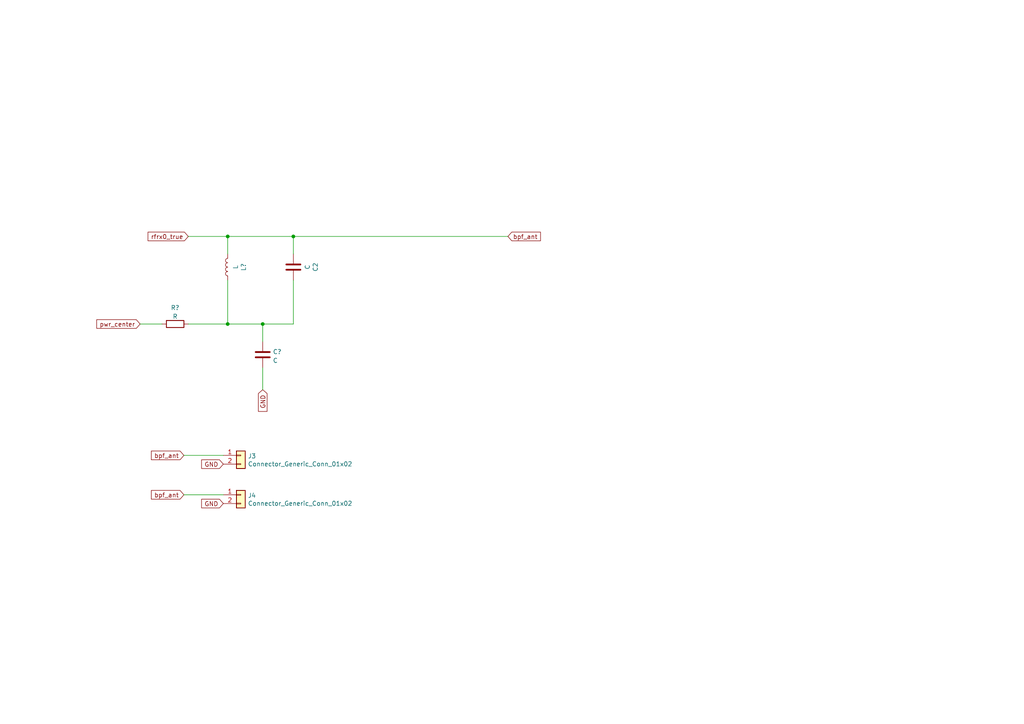
<source format=kicad_sch>
(kicad_sch (version 20211123) (generator eeschema)
  (paper "A4")
  (lib_symbols
    (symbol "Device:C" (pin_numbers hide) (pin_names (offset 0.254))
      (property "Reference" "C" (at 0.635 2.54 0))
      (property "Value" "C" (at 0.635 -2.54 0))
      (symbol "C_0_1"
        (polyline (pts (xy -2.032 -0.762) (xy 2.032 -0.762)) (stroke (width 0.508)))
        (polyline (pts (xy -2.032 0.762) (xy 2.032 0.762)) (stroke (width 0.508)))
      )
      (symbol "C_1_1"
        (pin passive line (at 0 3.81 270) (length 2.794) (name "~") (number "1"))
        (pin passive line (at 0 -3.81 90) (length 2.794) (name "~") (number "2"))
      )
    )
    (symbol "Device:L" (pin_numbers hide) (pin_names (offset 1.016) hide)
      (property "Reference" "L" (at -1.27 0 90))
      (property "Value" "L" (at 1.905 0 90))
      (symbol "L_0_1"
        (arc (start 0 -2.54) (mid 0.635 -1.905) (end 0 -1.27))
        (arc (start 0 -1.27) (mid 0.635 -0.635) (end 0 0))
        (arc (start 0 0) (mid 0.635 0.635) (end 0 1.27))
        (arc (start 0 1.27) (mid 0.635 1.905) (end 0 2.54))
      )
      (symbol "L_1_1"
        (pin passive line (at 0 3.81 270) (length 1.27) (name "1") (number "1"))
        (pin passive line (at 0 -3.81 90) (length 1.27) (name "2") (number "2"))
      )
    )
    (symbol "Device:R" (pin_numbers hide) (pin_names (offset 0))
      (property "Reference" "R" (at 2.032 0 90))
      (property "Value" "R" (at 0 0 90))
      (symbol "R_0_1"
        (rectangle (start -1.016 -2.54) (end 1.016 2.54) (stroke (width 0.254)))
      )
      (symbol "R_1_1"
        (pin passive line (at 0 3.81 270) (length 1.27) (name "~") (number "1"))
        (pin passive line (at 0 -3.81 90) (length 1.27) (name "~") (number "2"))
      )
    )
    (symbol "bgt:Connector_Generic_Conn_01x02" (pin_names (offset 1.016) hide)
      (property "Reference" "J" (at 0 2.54 0))
      (property "Value" "bgt_Connector_Generic_Conn_01x02" (at 0 -5.08 0))
      (symbol "Connector_Generic_Conn_01x02_1_1"
        (rectangle (start -1.27 -2.413) (end 0 -2.667) (stroke (width 0.1524)))
        (rectangle (start -1.27 0.127) (end 0 -0.127) (stroke (width 0.1524)))
        (rectangle (start -1.27 1.27) (end 1.27 -3.81) (stroke (width 0.254)) (fill (type background)))
        (pin passive line (at -5.08 0 0) (length 3.81) (name "Pin_1") (number "1"))
        (pin passive line (at -5.08 -2.54 0) (length 3.81) (name "Pin_2") (number "2"))
      )
    )
  )
  (junction (at 76.2 93.98))
  (junction (at 85.09 68.58))
  (junction (at 66.04 68.58))
  (junction (at 66.04 93.98))
  (wire (pts (xy 40.64 93.98) (xy 46.99 93.98)))
  (wire (pts (xy 53.34 132.08) (xy 64.77 132.08)))
  (wire (pts (xy 76.2 106.68) (xy 76.2 113.03)))
  (wire (pts (xy 85.09 68.58) (xy 85.09 73.66)))
  (wire (pts (xy 76.2 93.98) (xy 85.09 93.98)))
  (wire (pts (xy 85.09 68.58) (xy 147.32 68.58)))
  (wire (pts (xy 66.04 81.28) (xy 66.04 93.98)))
  (wire (pts (xy 66.04 68.58) (xy 85.09 68.58)))
  (wire (pts (xy 85.09 81.28) (xy 85.09 93.98)))
  (wire (pts (xy 53.34 143.51) (xy 64.77 143.51)))
  (wire (pts (xy 66.04 68.58) (xy 66.04 73.66)))
  (wire (pts (xy 76.2 93.98) (xy 76.2 99.06)))
  (wire (pts (xy 54.61 68.58) (xy 66.04 68.58)))
  (wire (pts (xy 54.61 93.98) (xy 66.04 93.98)))
  (wire (pts (xy 66.04 93.98) (xy 76.2 93.98)))
  (global_label "GND" (shape input) (at 76.2 113.03 270) (property "Intersheet References" "${INTERSHEET_REFS}" (effects hide)))
  (global_label "GND" (shape input) (at 64.77 134.62 180) (property "Intersheet References" "${INTERSHEET_REFS}" (effects hide)))
  (global_label "GND" (shape input) (at 64.77 146.05 180) (property "Intersheet References" "${INTERSHEET_REFS}" (effects hide)))
  (global_label "rfrx0_true" (shape input) (at 54.61 68.58 180) (property "Intersheet References" "${INTERSHEET_REFS}" (effects hide)))
  (global_label "bpf_ant" (shape input) (at 147.32 68.58 0) (property "Intersheet References" "${INTERSHEET_REFS}" (effects hide)))
  (global_label "bpf_ant" (shape input) (at 53.34 143.51 180) (property "Intersheet References" "${INTERSHEET_REFS}" (effects hide)))
  (global_label "bpf_ant" (shape input) (at 53.34 132.08 180) (property "Intersheet References" "${INTERSHEET_REFS}" (effects hide)))
  (global_label "pwr_center" (shape input) (at 40.64 93.98 180) (property "Intersheet References" "${INTERSHEET_REFS}" (effects hide)))
  (symbol (lib_id "Device:C") (at 85.09 77.47 180) (unit 1)
    (property "Reference" "C2" (at 91.4908 77.47 90))
    (property "Value" "C" (at 89.1794 77.47 90))
    (property "Footprint" "Capacitor_SMD:C_1206_3216Metric" (effects hide))
  )
  (symbol (lib_id "Device:L") (at 66.04 77.47 180) (unit 1)
    (property "Reference" "L?" (at 70.6374 77.47 90))
    (property "Value" "L" (at 68.326 77.47 90))
    (property "Footprint" "Inductor_SMD:L_1206_3216Metric" (effects hide))
  )
  (symbol (lib_id "bgt:Connector_Generic_Conn_01x02") (at 69.85 143.51 0) (unit 1)
    (property "Reference" "J4" (at 71.882 143.7132 0) (effects (justify left)))
    (property "Value" "Connector_Generic_Conn_01x02" (at 71.882 146.0246 0) (effects (justify left)))
    (property "Footprint" "Connector_PinHeader_2.54mm:PinHeader_1x02_P2.54mm_Vertical" (effects hide))
  )
  (symbol (lib_id "bgt:Connector_Generic_Conn_01x02") (at 69.85 132.08 0) (unit 1)
    (property "Reference" "J3" (at 71.882 132.2832 0) (effects (justify left)))
    (property "Value" "Connector_Generic_Conn_01x02" (at 71.882 134.5946 0) (effects (justify left)))
    (property "Footprint" "Connector_PinHeader_2.54mm:PinHeader_1x02_P2.54mm_Vertical" (effects hide))
  )
  (symbol (lib_id "Device:C") (at 76.2 102.87 0) (unit 1)
    (property "Reference" "C?" (at 79.121 102.0353 0) (effects (justify left)))
    (property "Value" "C" (at 79.121 104.5722 0) (effects (justify left)))
  )
  (symbol (lib_id "Device:R") (at 50.8 93.98 90) (unit 1)
    (property "Reference" "R?" (at 50.8 89.2642 90))
    (property "Value" "R" (at 50.8 91.8011 90))
  )
)
</source>
